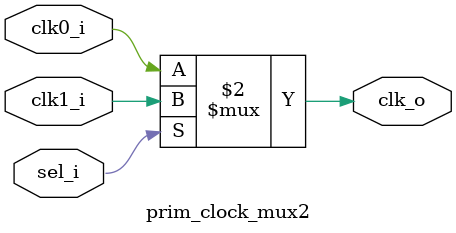
<source format=sv>

module prim_clock_mux2 #(
  // Kept for interface compatibility; ignored in this simplified FPGA
  // implementation.
  parameter bit NoFpgaBufG = 1'b0
) (
  input  logic clk0_i,
  input  logic clk1_i,
  input  logic sel_i,
  output logic clk_o
);

  // Simple 2:1 mux. In the original implementation this would be a
  // glitch-protected clock mux; here we only use it for reset/control
  // signals in the debug CDC path, where a combinational mux is adequate.
  always_comb begin
    clk_o = sel_i ? clk1_i : clk0_i;
  end

endmodule : prim_clock_mux2
</source>
